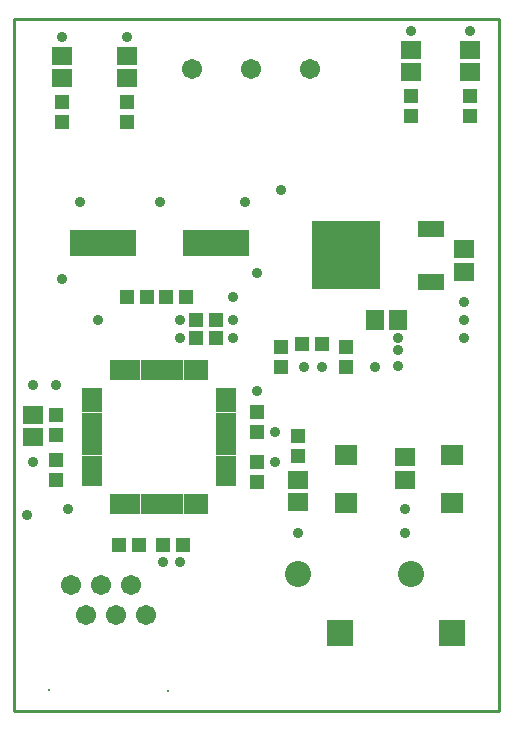
<source format=gts>
%FSLAX44Y44*%
%MOMM*%
G71*
G01*
G75*
G04 Layer_Color=8388736*
%ADD10R,0.3000X1.5000*%
%ADD11R,1.5000X0.3000*%
%ADD12R,5.5000X2.0000*%
%ADD13R,1.6800X1.5200*%
%ADD14R,1.1000X1.0000*%
%ADD15R,1.0000X1.1000*%
%ADD16R,1.5000X1.3000*%
%ADD17R,1.3000X1.5000*%
%ADD18R,2.0000X1.2000*%
%ADD19R,5.6000X5.6000*%
%ADD20C,0.2540*%
%ADD21C,1.0000*%
%ADD22C,1.5000*%
%ADD23R,2.0000X2.0000*%
%ADD24C,2.0000*%
%ADD25C,0.7000*%
%ADD26C,0.2000*%
%ADD27C,0.1000*%
%ADD28R,0.7620X0.5080*%
%ADD29R,0.5032X1.7032*%
%ADD30R,1.7032X0.5032*%
%ADD31R,5.7032X2.2032*%
%ADD32R,1.8832X1.7232*%
%ADD33R,1.3032X1.2032*%
%ADD34R,1.2032X1.3032*%
%ADD35R,1.7032X1.5032*%
%ADD36R,1.5032X1.7032*%
%ADD37R,2.2032X1.4032*%
%ADD38R,5.8032X5.8032*%
%ADD39C,1.7032*%
%ADD40R,2.2032X2.2032*%
%ADD41C,2.2032*%
%ADD42C,0.2032*%
%ADD43C,0.9032*%
D20*
X0Y0D02*
Y586000D01*
Y0D02*
X411000D01*
Y586000D01*
X0D02*
X411000D01*
D29*
X84000Y175000D02*
D03*
X162000D02*
D03*
X146400D02*
D03*
X136000D02*
D03*
X94400D02*
D03*
X110000D02*
D03*
X156800D02*
D03*
X151600D02*
D03*
X125600D02*
D03*
X99600D02*
D03*
X115200D02*
D03*
X130800D02*
D03*
X104800D02*
D03*
X141200D02*
D03*
X89200D02*
D03*
X120400D02*
D03*
Y289000D02*
D03*
X89200D02*
D03*
X141200D02*
D03*
X104800D02*
D03*
X130800D02*
D03*
X115200D02*
D03*
X99600D02*
D03*
X125600D02*
D03*
X151600D02*
D03*
X156800D02*
D03*
X110000D02*
D03*
X94400D02*
D03*
X136000D02*
D03*
X146400D02*
D03*
X162000D02*
D03*
X84000D02*
D03*
D30*
X180000Y260600D02*
D03*
Y193000D02*
D03*
Y271000D02*
D03*
Y250200D02*
D03*
Y255400D02*
D03*
Y245000D02*
D03*
Y213800D02*
D03*
Y224200D02*
D03*
Y219000D02*
D03*
Y234600D02*
D03*
Y239800D02*
D03*
Y229400D02*
D03*
Y208600D02*
D03*
Y265800D02*
D03*
Y203400D02*
D03*
Y198200D02*
D03*
X66000D02*
D03*
Y208600D02*
D03*
Y203400D02*
D03*
Y213800D02*
D03*
Y234600D02*
D03*
Y245000D02*
D03*
Y239800D02*
D03*
Y224200D02*
D03*
Y229400D02*
D03*
Y219000D02*
D03*
Y250200D02*
D03*
Y260600D02*
D03*
Y255400D02*
D03*
Y271000D02*
D03*
Y193000D02*
D03*
Y265800D02*
D03*
D31*
X76000Y396000D02*
D03*
X171000D02*
D03*
D32*
X371000Y216600D02*
D03*
Y176000D02*
D03*
X281000Y216600D02*
D03*
Y176000D02*
D03*
D33*
X244000Y311000D02*
D03*
X261000D02*
D03*
X89000Y141000D02*
D03*
X106000D02*
D03*
X126000D02*
D03*
X143000D02*
D03*
X171000Y331000D02*
D03*
X154000D02*
D03*
X171000Y316000D02*
D03*
X154000D02*
D03*
X146000Y351000D02*
D03*
X129000D02*
D03*
X96000D02*
D03*
X113000D02*
D03*
D34*
X386000Y504000D02*
D03*
Y521000D02*
D03*
X336000Y504000D02*
D03*
Y521000D02*
D03*
X96000Y499000D02*
D03*
Y516000D02*
D03*
X41000Y499000D02*
D03*
Y516000D02*
D03*
X241000Y233000D02*
D03*
Y216000D02*
D03*
X206000Y236000D02*
D03*
Y253000D02*
D03*
X36000Y196000D02*
D03*
Y213000D02*
D03*
X206000Y211000D02*
D03*
Y194000D02*
D03*
X36000Y251000D02*
D03*
Y234000D02*
D03*
X281000Y291000D02*
D03*
Y308000D02*
D03*
X226000Y291000D02*
D03*
Y308000D02*
D03*
D35*
X16000Y251000D02*
D03*
Y232000D02*
D03*
X331000Y196000D02*
D03*
Y215000D02*
D03*
X381000Y391000D02*
D03*
Y372000D02*
D03*
X386000Y541000D02*
D03*
Y560000D02*
D03*
X336000Y541000D02*
D03*
Y560000D02*
D03*
X96000Y536000D02*
D03*
Y555000D02*
D03*
X41000Y536000D02*
D03*
Y555000D02*
D03*
X241000Y196000D02*
D03*
Y177000D02*
D03*
D36*
X306000Y331000D02*
D03*
X325000D02*
D03*
D37*
X353000Y363500D02*
D03*
Y408500D02*
D03*
D38*
X281000Y386000D02*
D03*
D39*
X251000Y543500D02*
D03*
X201000D02*
D03*
X151000D02*
D03*
X48300Y106400D02*
D03*
X99100D02*
D03*
X73700D02*
D03*
X86400Y81000D02*
D03*
X111800D02*
D03*
X61000D02*
D03*
D40*
X371000Y66000D02*
D03*
X276000D02*
D03*
D41*
X336000Y116000D02*
D03*
X241000D02*
D03*
D42*
X130900Y17400D02*
D03*
X29500Y17500D02*
D03*
D43*
X226000Y441000D02*
D03*
X141000Y316000D02*
D03*
X16000Y211000D02*
D03*
X11000Y166000D02*
D03*
X141000Y126000D02*
D03*
X206000Y271000D02*
D03*
X141000Y331000D02*
D03*
X306000Y291000D02*
D03*
X325000Y292000D02*
D03*
X381000Y316000D02*
D03*
X386000Y576000D02*
D03*
X41000Y571000D02*
D03*
X96000D02*
D03*
X336000Y576000D02*
D03*
X246000Y291000D02*
D03*
X261000D02*
D03*
X186000Y331000D02*
D03*
Y316000D02*
D03*
X36000Y276000D02*
D03*
X16000D02*
D03*
X46000Y171000D02*
D03*
X221000Y236000D02*
D03*
Y211000D02*
D03*
X241000Y151000D02*
D03*
X126000Y126000D02*
D03*
X186000Y351000D02*
D03*
X206000Y371000D02*
D03*
X196000Y431000D02*
D03*
X56000D02*
D03*
X41000Y366000D02*
D03*
X71000Y331000D02*
D03*
X123500Y431000D02*
D03*
X381000Y331000D02*
D03*
Y346000D02*
D03*
X325000Y306000D02*
D03*
Y316000D02*
D03*
X331000Y151000D02*
D03*
Y171000D02*
D03*
M02*

</source>
